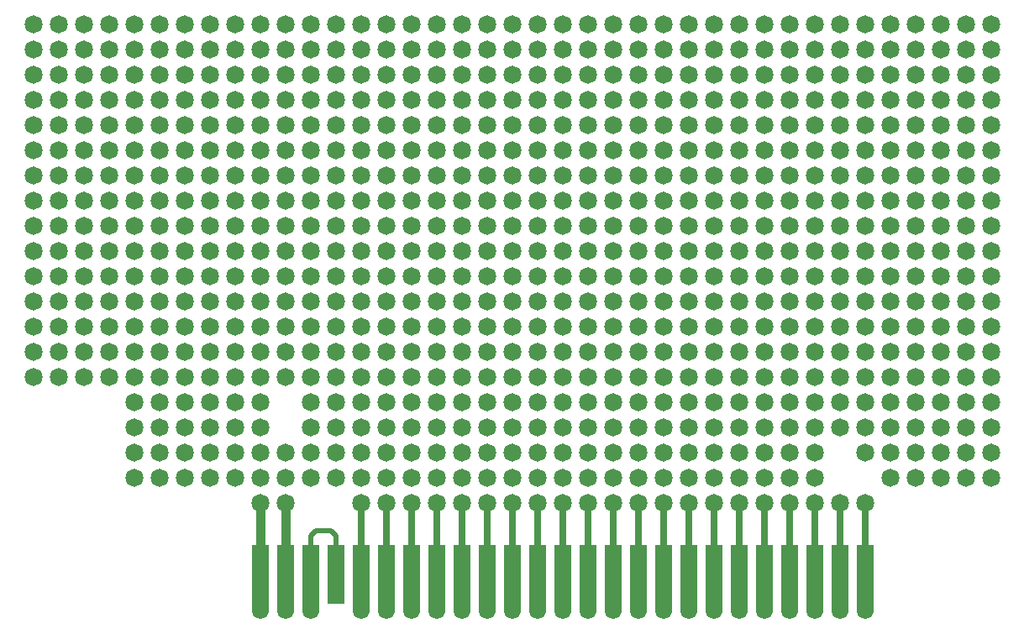
<source format=gtl>
G04 (created by PCBNEW (2013-09-28 BZR 4356)-product) date 12/11/2013 13:19:40*
%MOIN*%
G04 Gerber Fmt 3.4, Leading zero omitted, Abs format*
%FSLAX34Y34*%
G01*
G70*
G90*
G04 APERTURE LIST*
%ADD10C,0.005906*%
%ADD11C,0.071811*%
%ADD12O,0.066929X0.281496*%
%ADD13R,0.066929X0.203150*%
%ADD14R,0.066929X0.157480*%
%ADD15R,0.066929X0.118110*%
%ADD16C,0.035000*%
%ADD17C,0.025000*%
%ADD18C,0.020000*%
%ADD19C,0.010000*%
G04 APERTURE END LIST*
G54D10*
G54D11*
X32236Y-19000D03*
X30236Y-18000D03*
X32236Y-17000D03*
X31236Y-17000D03*
X30236Y-17000D03*
X30236Y-16000D03*
X31236Y-16000D03*
X32236Y-16000D03*
X33236Y-16000D03*
X34236Y-16000D03*
X11236Y-18000D03*
X12236Y-16000D03*
X12236Y-17000D03*
X12236Y-18000D03*
X10236Y-16000D03*
X10236Y-17000D03*
X10236Y-18000D03*
X13236Y-18000D03*
X13236Y-17000D03*
X13236Y-16000D03*
X14236Y-17000D03*
X14236Y-18000D03*
X14236Y-16000D03*
X26236Y-16000D03*
X25236Y-16000D03*
X29236Y-16000D03*
X29236Y-18000D03*
X29236Y-17000D03*
X28236Y-16000D03*
X27236Y-16000D03*
X28236Y-17000D03*
X27236Y-17000D03*
X28236Y-18000D03*
X27236Y-18000D03*
X26236Y-17000D03*
X25236Y-17000D03*
X26236Y-18000D03*
X25236Y-18000D03*
X16236Y-16000D03*
X15236Y-16000D03*
X19236Y-16000D03*
X19236Y-18000D03*
X19236Y-17000D03*
X18236Y-16000D03*
X17236Y-16000D03*
X18236Y-17000D03*
X17236Y-17000D03*
X18236Y-18000D03*
X17236Y-18000D03*
X16236Y-17000D03*
X15236Y-17000D03*
X16236Y-18000D03*
X15236Y-18000D03*
X21236Y-16000D03*
X20236Y-16000D03*
X24236Y-16000D03*
X24236Y-18000D03*
X24236Y-17000D03*
X23236Y-16000D03*
X22236Y-16000D03*
X23236Y-17000D03*
X22236Y-17000D03*
X23236Y-18000D03*
X22236Y-18000D03*
X21236Y-17000D03*
X20236Y-17000D03*
X21236Y-18000D03*
X20236Y-18000D03*
X6236Y-19000D03*
X7236Y-19000D03*
X8236Y-19000D03*
X9236Y-19000D03*
X8236Y-18000D03*
X9236Y-18000D03*
X8236Y-17000D03*
X9236Y-17000D03*
X6236Y-18000D03*
X7236Y-16000D03*
X6236Y-16000D03*
X6236Y-17000D03*
X7236Y-18000D03*
X7236Y-17000D03*
X9236Y-16000D03*
X8236Y-16000D03*
X5236Y-17000D03*
X5236Y-16000D03*
X5236Y-18000D03*
X5236Y-19000D03*
X5236Y-7000D03*
X5236Y-6000D03*
X3236Y-6000D03*
X4236Y-6000D03*
X2236Y-7000D03*
X2236Y-8000D03*
X1236Y-7000D03*
X1236Y-6000D03*
X2236Y-6000D03*
X1236Y-8000D03*
X5236Y-8000D03*
X5236Y-10000D03*
X5236Y-9000D03*
X4236Y-7000D03*
X3236Y-7000D03*
X4236Y-8000D03*
X3236Y-8000D03*
X4236Y-9000D03*
X3236Y-9000D03*
X4236Y-10000D03*
X3236Y-10000D03*
X2236Y-9000D03*
X1236Y-9000D03*
X2236Y-10000D03*
X1236Y-10000D03*
X1236Y-5000D03*
X2236Y-5000D03*
X1236Y-4000D03*
X2236Y-4000D03*
X3236Y-5000D03*
X4236Y-5000D03*
X3236Y-4000D03*
X4236Y-4000D03*
X3236Y-3000D03*
X4236Y-3000D03*
X3236Y-2000D03*
X4236Y-2000D03*
X5236Y-4000D03*
X5236Y-5000D03*
X5236Y-3000D03*
X1236Y-3000D03*
X2236Y-1000D03*
X1236Y-1000D03*
X1236Y-2000D03*
X2236Y-3000D03*
X2236Y-2000D03*
X4236Y-1000D03*
X3236Y-1000D03*
X5236Y-1000D03*
X5236Y-2000D03*
X1236Y-15000D03*
X2236Y-15000D03*
X1236Y-14000D03*
X2236Y-14000D03*
X3236Y-15000D03*
X4236Y-15000D03*
X3236Y-14000D03*
X4236Y-14000D03*
X3236Y-13000D03*
X4236Y-13000D03*
X3236Y-12000D03*
X4236Y-12000D03*
X5236Y-14000D03*
X5236Y-15000D03*
X5236Y-13000D03*
X1236Y-13000D03*
X2236Y-11000D03*
X1236Y-11000D03*
X1236Y-12000D03*
X2236Y-13000D03*
X2236Y-12000D03*
X4236Y-11000D03*
X3236Y-11000D03*
X5236Y-11000D03*
X5236Y-12000D03*
X8236Y-11000D03*
X9236Y-11000D03*
X7236Y-12000D03*
X7236Y-13000D03*
X6236Y-12000D03*
X6236Y-11000D03*
X7236Y-11000D03*
X6236Y-13000D03*
X9236Y-12000D03*
X8236Y-12000D03*
X9236Y-13000D03*
X8236Y-13000D03*
X9236Y-14000D03*
X8236Y-14000D03*
X9236Y-15000D03*
X8236Y-15000D03*
X7236Y-14000D03*
X6236Y-14000D03*
X7236Y-15000D03*
X6236Y-15000D03*
X8236Y-1000D03*
X9236Y-1000D03*
X7236Y-2000D03*
X7236Y-3000D03*
X6236Y-2000D03*
X6236Y-1000D03*
X7236Y-1000D03*
X6236Y-3000D03*
X9236Y-2000D03*
X8236Y-2000D03*
X9236Y-3000D03*
X8236Y-3000D03*
X9236Y-4000D03*
X8236Y-4000D03*
X9236Y-5000D03*
X8236Y-5000D03*
X7236Y-4000D03*
X6236Y-4000D03*
X7236Y-5000D03*
X6236Y-5000D03*
X6236Y-10000D03*
X7236Y-10000D03*
X6236Y-9000D03*
X7236Y-9000D03*
X8236Y-10000D03*
X9236Y-10000D03*
X8236Y-9000D03*
X9236Y-9000D03*
X8236Y-8000D03*
X9236Y-8000D03*
X8236Y-7000D03*
X9236Y-7000D03*
X6236Y-8000D03*
X7236Y-6000D03*
X6236Y-6000D03*
X6236Y-7000D03*
X7236Y-8000D03*
X7236Y-7000D03*
X9236Y-6000D03*
X8236Y-6000D03*
X20236Y-15000D03*
X21236Y-15000D03*
X20236Y-14000D03*
X21236Y-14000D03*
X22236Y-15000D03*
X23236Y-15000D03*
X22236Y-14000D03*
X23236Y-14000D03*
X22236Y-13000D03*
X23236Y-13000D03*
X22236Y-12000D03*
X23236Y-12000D03*
X24236Y-14000D03*
X24236Y-15000D03*
X24236Y-13000D03*
X20236Y-13000D03*
X21236Y-11000D03*
X20236Y-11000D03*
X20236Y-12000D03*
X21236Y-13000D03*
X21236Y-12000D03*
X23236Y-11000D03*
X22236Y-11000D03*
X24236Y-11000D03*
X24236Y-12000D03*
X19236Y-7000D03*
X19236Y-6000D03*
X17236Y-6000D03*
X18236Y-6000D03*
X16236Y-7000D03*
X16236Y-8000D03*
X15236Y-7000D03*
X15236Y-6000D03*
X16236Y-6000D03*
X15236Y-8000D03*
X19236Y-8000D03*
X19236Y-10000D03*
X19236Y-9000D03*
X18236Y-7000D03*
X17236Y-7000D03*
X18236Y-8000D03*
X17236Y-8000D03*
X18236Y-9000D03*
X17236Y-9000D03*
X18236Y-10000D03*
X17236Y-10000D03*
X16236Y-9000D03*
X15236Y-9000D03*
X16236Y-10000D03*
X15236Y-10000D03*
X20236Y-10000D03*
X21236Y-10000D03*
X20236Y-9000D03*
X21236Y-9000D03*
X22236Y-10000D03*
X23236Y-10000D03*
X22236Y-9000D03*
X23236Y-9000D03*
X22236Y-8000D03*
X23236Y-8000D03*
X22236Y-7000D03*
X23236Y-7000D03*
X24236Y-9000D03*
X24236Y-10000D03*
X24236Y-8000D03*
X20236Y-8000D03*
X21236Y-6000D03*
X20236Y-6000D03*
X20236Y-7000D03*
X21236Y-8000D03*
X21236Y-7000D03*
X23236Y-6000D03*
X22236Y-6000D03*
X24236Y-6000D03*
X24236Y-7000D03*
X24236Y-2000D03*
X24236Y-1000D03*
X22236Y-1000D03*
X23236Y-1000D03*
X21236Y-2000D03*
X21236Y-3000D03*
X20236Y-2000D03*
X20236Y-1000D03*
X21236Y-1000D03*
X20236Y-3000D03*
X24236Y-3000D03*
X24236Y-5000D03*
X24236Y-4000D03*
X23236Y-2000D03*
X22236Y-2000D03*
X23236Y-3000D03*
X22236Y-3000D03*
X23236Y-4000D03*
X22236Y-4000D03*
X23236Y-5000D03*
X22236Y-5000D03*
X21236Y-4000D03*
X20236Y-4000D03*
X21236Y-5000D03*
X20236Y-5000D03*
X15236Y-5000D03*
X16236Y-5000D03*
X15236Y-4000D03*
X16236Y-4000D03*
X17236Y-5000D03*
X18236Y-5000D03*
X17236Y-4000D03*
X18236Y-4000D03*
X17236Y-3000D03*
X18236Y-3000D03*
X17236Y-2000D03*
X18236Y-2000D03*
X19236Y-4000D03*
X19236Y-5000D03*
X19236Y-3000D03*
X15236Y-3000D03*
X16236Y-1000D03*
X15236Y-1000D03*
X15236Y-2000D03*
X16236Y-3000D03*
X16236Y-2000D03*
X18236Y-1000D03*
X17236Y-1000D03*
X19236Y-1000D03*
X19236Y-2000D03*
X15236Y-15000D03*
X16236Y-15000D03*
X15236Y-14000D03*
X16236Y-14000D03*
X17236Y-15000D03*
X18236Y-15000D03*
X17236Y-14000D03*
X18236Y-14000D03*
X17236Y-13000D03*
X18236Y-13000D03*
X17236Y-12000D03*
X18236Y-12000D03*
X19236Y-14000D03*
X19236Y-15000D03*
X19236Y-13000D03*
X15236Y-13000D03*
X16236Y-11000D03*
X15236Y-11000D03*
X15236Y-12000D03*
X16236Y-13000D03*
X16236Y-12000D03*
X18236Y-11000D03*
X17236Y-11000D03*
X19236Y-11000D03*
X19236Y-12000D03*
X14236Y-12000D03*
X14236Y-11000D03*
X12236Y-11000D03*
X13236Y-11000D03*
X11236Y-12000D03*
X11236Y-13000D03*
X10236Y-12000D03*
X10236Y-11000D03*
X11236Y-11000D03*
X10236Y-13000D03*
X14236Y-13000D03*
X14236Y-15000D03*
X14236Y-14000D03*
X13236Y-12000D03*
X12236Y-12000D03*
X13236Y-13000D03*
X12236Y-13000D03*
X13236Y-14000D03*
X12236Y-14000D03*
X13236Y-15000D03*
X12236Y-15000D03*
X11236Y-14000D03*
X10236Y-14000D03*
X11236Y-15000D03*
X10236Y-15000D03*
X14236Y-2000D03*
X14236Y-1000D03*
X12236Y-1000D03*
X13236Y-1000D03*
X11236Y-2000D03*
X11236Y-3000D03*
X10236Y-2000D03*
X10236Y-1000D03*
X11236Y-1000D03*
X10236Y-3000D03*
X14236Y-3000D03*
X14236Y-5000D03*
X14236Y-4000D03*
X13236Y-2000D03*
X12236Y-2000D03*
X13236Y-3000D03*
X12236Y-3000D03*
X13236Y-4000D03*
X12236Y-4000D03*
X13236Y-5000D03*
X12236Y-5000D03*
X11236Y-4000D03*
X10236Y-4000D03*
X11236Y-5000D03*
X10236Y-5000D03*
X10236Y-10000D03*
X11236Y-10000D03*
X10236Y-9000D03*
X11236Y-9000D03*
X12236Y-10000D03*
X13236Y-10000D03*
X12236Y-9000D03*
X13236Y-9000D03*
X12236Y-8000D03*
X13236Y-8000D03*
X12236Y-7000D03*
X13236Y-7000D03*
X14236Y-9000D03*
X14236Y-10000D03*
X14236Y-8000D03*
X10236Y-8000D03*
X11236Y-6000D03*
X10236Y-6000D03*
X10236Y-7000D03*
X11236Y-8000D03*
X11236Y-7000D03*
X13236Y-6000D03*
X12236Y-6000D03*
X14236Y-6000D03*
X14236Y-7000D03*
X29236Y-7000D03*
X29236Y-6000D03*
X27236Y-6000D03*
X28236Y-6000D03*
X26236Y-7000D03*
X26236Y-8000D03*
X25236Y-7000D03*
X25236Y-6000D03*
X26236Y-6000D03*
X25236Y-8000D03*
X29236Y-8000D03*
X29236Y-10000D03*
X29236Y-9000D03*
X28236Y-7000D03*
X27236Y-7000D03*
X28236Y-8000D03*
X27236Y-8000D03*
X28236Y-9000D03*
X27236Y-9000D03*
X28236Y-10000D03*
X27236Y-10000D03*
X26236Y-9000D03*
X25236Y-9000D03*
X26236Y-10000D03*
X25236Y-10000D03*
X25236Y-5000D03*
X26236Y-5000D03*
X25236Y-4000D03*
X26236Y-4000D03*
X27236Y-5000D03*
X28236Y-5000D03*
X27236Y-4000D03*
X28236Y-4000D03*
X27236Y-3000D03*
X28236Y-3000D03*
X27236Y-2000D03*
X28236Y-2000D03*
X29236Y-4000D03*
X29236Y-5000D03*
X29236Y-3000D03*
X25236Y-3000D03*
X26236Y-1000D03*
X25236Y-1000D03*
X25236Y-2000D03*
X26236Y-3000D03*
X26236Y-2000D03*
X28236Y-1000D03*
X27236Y-1000D03*
X29236Y-1000D03*
X29236Y-2000D03*
X25236Y-15000D03*
X26236Y-15000D03*
X25236Y-14000D03*
X26236Y-14000D03*
X27236Y-15000D03*
X28236Y-15000D03*
X27236Y-14000D03*
X28236Y-14000D03*
X27236Y-13000D03*
X28236Y-13000D03*
X27236Y-12000D03*
X28236Y-12000D03*
X29236Y-14000D03*
X29236Y-15000D03*
X29236Y-13000D03*
X25236Y-13000D03*
X26236Y-11000D03*
X25236Y-11000D03*
X25236Y-12000D03*
X26236Y-13000D03*
X26236Y-12000D03*
X28236Y-11000D03*
X27236Y-11000D03*
X29236Y-11000D03*
X29236Y-12000D03*
X34236Y-12000D03*
X34236Y-11000D03*
X32236Y-11000D03*
X33236Y-11000D03*
X31236Y-12000D03*
X31236Y-13000D03*
X30236Y-12000D03*
X30236Y-11000D03*
X31236Y-11000D03*
X30236Y-13000D03*
X34236Y-13000D03*
X34236Y-15000D03*
X34236Y-14000D03*
X33236Y-12000D03*
X32236Y-12000D03*
X33236Y-13000D03*
X32236Y-13000D03*
X33236Y-14000D03*
X32236Y-14000D03*
X33236Y-15000D03*
X32236Y-15000D03*
X31236Y-14000D03*
X30236Y-14000D03*
X31236Y-15000D03*
X30236Y-15000D03*
X34236Y-2000D03*
X34236Y-1000D03*
X32236Y-1000D03*
X33236Y-1000D03*
X31236Y-2000D03*
X31236Y-3000D03*
X30236Y-2000D03*
X30236Y-1000D03*
X31236Y-1000D03*
X30236Y-3000D03*
X34236Y-3000D03*
X34236Y-5000D03*
X34236Y-4000D03*
X33236Y-2000D03*
X32236Y-2000D03*
X33236Y-3000D03*
X32236Y-3000D03*
X33236Y-4000D03*
X32236Y-4000D03*
X33236Y-5000D03*
X32236Y-5000D03*
X31236Y-4000D03*
X30236Y-4000D03*
X31236Y-5000D03*
X30236Y-5000D03*
X35236Y-5000D03*
X36236Y-5000D03*
X35236Y-4000D03*
X36236Y-4000D03*
X37236Y-5000D03*
X38236Y-5000D03*
X37236Y-4000D03*
X38236Y-4000D03*
X37236Y-3000D03*
X38236Y-3000D03*
X37236Y-2000D03*
X38236Y-2000D03*
X39236Y-4000D03*
X39236Y-5000D03*
X39236Y-3000D03*
X35236Y-3000D03*
X36236Y-1000D03*
X35236Y-1000D03*
X35236Y-2000D03*
X36236Y-3000D03*
X36236Y-2000D03*
X38236Y-1000D03*
X37236Y-1000D03*
X39236Y-1000D03*
X39236Y-2000D03*
X39236Y-7000D03*
X39236Y-6000D03*
X37236Y-6000D03*
X38236Y-6000D03*
X36236Y-7000D03*
X36236Y-8000D03*
X35236Y-7000D03*
X35236Y-6000D03*
X36236Y-6000D03*
X35236Y-8000D03*
X39236Y-8000D03*
X39236Y-10000D03*
X39236Y-9000D03*
X38236Y-7000D03*
X37236Y-7000D03*
X38236Y-8000D03*
X37236Y-8000D03*
X38236Y-9000D03*
X37236Y-9000D03*
X38236Y-10000D03*
X37236Y-10000D03*
X36236Y-9000D03*
X35236Y-9000D03*
X36236Y-10000D03*
X35236Y-10000D03*
X30236Y-10000D03*
X31236Y-10000D03*
X30236Y-9000D03*
X31236Y-9000D03*
X32236Y-10000D03*
X33236Y-10000D03*
X32236Y-9000D03*
X33236Y-9000D03*
X32236Y-8000D03*
X33236Y-8000D03*
X32236Y-7000D03*
X33236Y-7000D03*
X34236Y-9000D03*
X34236Y-10000D03*
X34236Y-8000D03*
X30236Y-8000D03*
X31236Y-6000D03*
X30236Y-6000D03*
X30236Y-7000D03*
X31236Y-8000D03*
X31236Y-7000D03*
X33236Y-6000D03*
X32236Y-6000D03*
X34236Y-6000D03*
X34236Y-7000D03*
X39236Y-12000D03*
X39236Y-11000D03*
X37236Y-11000D03*
X38236Y-11000D03*
X36236Y-12000D03*
X36236Y-13000D03*
X35236Y-12000D03*
X35236Y-11000D03*
X36236Y-11000D03*
X35236Y-13000D03*
X39236Y-13000D03*
X39236Y-15000D03*
X39236Y-14000D03*
X38236Y-12000D03*
X37236Y-12000D03*
X38236Y-13000D03*
X37236Y-13000D03*
X38236Y-14000D03*
X37236Y-14000D03*
X38236Y-15000D03*
X37236Y-15000D03*
X36236Y-14000D03*
X35236Y-14000D03*
X36236Y-15000D03*
X35236Y-15000D03*
X39236Y-16000D03*
X38236Y-16000D03*
X32236Y-18000D03*
X10236Y-20000D03*
X10236Y-19000D03*
X11236Y-20000D03*
X11236Y-19000D03*
X12236Y-19000D03*
X13236Y-19000D03*
X14236Y-20000D03*
X14236Y-19000D03*
X15236Y-20000D03*
X15236Y-19000D03*
X16236Y-20000D03*
X16236Y-19000D03*
X17236Y-20000D03*
X17236Y-19000D03*
X18236Y-20000D03*
X18236Y-19000D03*
X19236Y-20000D03*
X19236Y-19000D03*
X20236Y-20000D03*
X20236Y-19000D03*
X21236Y-20000D03*
X21236Y-19000D03*
X22236Y-20000D03*
X22236Y-19000D03*
X23236Y-20000D03*
X23236Y-19000D03*
X24236Y-20000D03*
X24236Y-19000D03*
X25236Y-20000D03*
X25236Y-19000D03*
X26236Y-20000D03*
X26236Y-19000D03*
X27236Y-20000D03*
X27236Y-19000D03*
X28236Y-20000D03*
X28236Y-19000D03*
X29236Y-20000D03*
X29236Y-19000D03*
X30236Y-20000D03*
X30236Y-19000D03*
X31236Y-20000D03*
X31236Y-19000D03*
X32236Y-20000D03*
X31236Y-18000D03*
X33236Y-20000D03*
X35236Y-19000D03*
X34236Y-20000D03*
X36236Y-19000D03*
G54D12*
X34236Y-23196D03*
X33236Y-23196D03*
X32236Y-23196D03*
X31236Y-23196D03*
X30236Y-23196D03*
X29236Y-23196D03*
X28236Y-23196D03*
X27236Y-23196D03*
X26236Y-23196D03*
X25236Y-23196D03*
X24236Y-23196D03*
X23236Y-23196D03*
X22236Y-23196D03*
X21236Y-23196D03*
X10236Y-23196D03*
X20236Y-23196D03*
X19236Y-23196D03*
X18236Y-23196D03*
X17236Y-23196D03*
X16236Y-23196D03*
X15236Y-23196D03*
X14236Y-23196D03*
G54D13*
X13236Y-23000D03*
G54D12*
X11236Y-23196D03*
G54D14*
X13236Y-22448D03*
G54D15*
X11236Y-22251D03*
X34236Y-22251D03*
X10236Y-22251D03*
X33236Y-22251D03*
X32236Y-22251D03*
X31236Y-22251D03*
X30236Y-22251D03*
X29236Y-22251D03*
X28236Y-22251D03*
X27236Y-22251D03*
X26236Y-22251D03*
X25236Y-22251D03*
X24236Y-22251D03*
X23236Y-22251D03*
X22236Y-22251D03*
X21236Y-22251D03*
X20236Y-22251D03*
X19236Y-22251D03*
X18236Y-22251D03*
X17236Y-22251D03*
X16236Y-22251D03*
X15236Y-22251D03*
X14236Y-22251D03*
G54D12*
X12236Y-23196D03*
G54D15*
X12236Y-22251D03*
G54D11*
X35236Y-18000D03*
X36236Y-16000D03*
X37236Y-18000D03*
X38236Y-18000D03*
X39236Y-18000D03*
X39236Y-19000D03*
X38236Y-19000D03*
X37236Y-19000D03*
X34236Y-18000D03*
X33236Y-17000D03*
X34236Y-17000D03*
X35236Y-16000D03*
X35236Y-17000D03*
X37236Y-16000D03*
X36236Y-18000D03*
X37236Y-17000D03*
X36236Y-17000D03*
X38236Y-17000D03*
X39236Y-17000D03*
G54D16*
X11236Y-20000D02*
X11236Y-22251D01*
X10236Y-22251D02*
X10236Y-20000D01*
G54D17*
X30236Y-22251D02*
X30236Y-20000D01*
X34236Y-22251D02*
X34236Y-20000D01*
X31236Y-22251D02*
X31236Y-20000D01*
X29236Y-22251D02*
X29236Y-20000D01*
X28236Y-22251D02*
X28236Y-20000D01*
X32236Y-22251D02*
X32236Y-20000D01*
X33236Y-22251D02*
X33236Y-20000D01*
X21236Y-22251D02*
X21236Y-20000D01*
X25236Y-20000D02*
X25236Y-22251D01*
X22236Y-20000D02*
X22236Y-22251D01*
X26236Y-22251D02*
X26236Y-20000D01*
X20236Y-22251D02*
X20236Y-20000D01*
X19236Y-22251D02*
X19236Y-20000D01*
X24236Y-22251D02*
X24236Y-20000D01*
X23236Y-22251D02*
X23236Y-20000D01*
X14236Y-22251D02*
X14236Y-20000D01*
X18236Y-22251D02*
X18236Y-20000D01*
X17236Y-20000D02*
X17236Y-22251D01*
X16236Y-22251D02*
X16236Y-20000D01*
X15236Y-20000D02*
X15236Y-22251D01*
X27236Y-20000D02*
X27236Y-22251D01*
G54D18*
X12236Y-23196D02*
X12236Y-21300D01*
X12236Y-21300D02*
X12436Y-21100D01*
X12436Y-21100D02*
X13036Y-21100D01*
X13036Y-21100D02*
X13236Y-21300D01*
X13236Y-21300D02*
X13236Y-23000D01*
G54D19*
X12236Y-23196D02*
X12236Y-23000D01*
M02*

</source>
